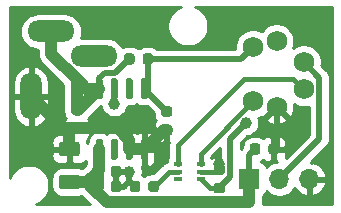
<source format=gtl>
G04 #@! TF.GenerationSoftware,KiCad,Pcbnew,5.1.8-db9833491~87~ubuntu20.04.1*
G04 #@! TF.CreationDate,2020-11-24T17:45:43+00:00*
G04 #@! TF.ProjectId,LEDsupply,4c454473-7570-4706-9c79-2e6b69636164,rev?*
G04 #@! TF.SameCoordinates,Original*
G04 #@! TF.FileFunction,Copper,L1,Top*
G04 #@! TF.FilePolarity,Positive*
%FSLAX46Y46*%
G04 Gerber Fmt 4.6, Leading zero omitted, Abs format (unit mm)*
G04 Created by KiCad (PCBNEW 5.1.8-db9833491~87~ubuntu20.04.1) date 2020-11-24 17:45:43*
%MOMM*%
%LPD*%
G01*
G04 APERTURE LIST*
G04 #@! TA.AperFunction,ComponentPad*
%ADD10C,1.750000*%
G04 #@! TD*
G04 #@! TA.AperFunction,ComponentPad*
%ADD11O,4.000000X1.800000*%
G04 #@! TD*
G04 #@! TA.AperFunction,ComponentPad*
%ADD12O,1.800000X4.000000*%
G04 #@! TD*
G04 #@! TA.AperFunction,ComponentPad*
%ADD13R,1.700000X1.700000*%
G04 #@! TD*
G04 #@! TA.AperFunction,ComponentPad*
%ADD14O,1.700000X1.700000*%
G04 #@! TD*
G04 #@! TA.AperFunction,SMDPad,CuDef*
%ADD15R,0.650000X0.400000*%
G04 #@! TD*
G04 #@! TA.AperFunction,ViaPad*
%ADD16C,1.000000*%
G04 #@! TD*
G04 #@! TA.AperFunction,Conductor*
%ADD17C,1.024000*%
G04 #@! TD*
G04 #@! TA.AperFunction,Conductor*
%ADD18C,0.508000*%
G04 #@! TD*
G04 #@! TA.AperFunction,Conductor*
%ADD19C,0.381000*%
G04 #@! TD*
G04 #@! TA.AperFunction,Conductor*
%ADD20C,0.254000*%
G04 #@! TD*
G04 #@! TA.AperFunction,Conductor*
%ADD21C,0.100000*%
G04 #@! TD*
G04 APERTURE END LIST*
G04 #@! TO.P,R5,2*
G04 #@! TO.N,GND*
G04 #@! TA.AperFunction,SMDPad,CuDef*
G36*
G01*
X139415000Y-100586250D02*
X139415000Y-100073750D01*
G75*
G02*
X139633750Y-99855000I218750J0D01*
G01*
X140071250Y-99855000D01*
G75*
G02*
X140290000Y-100073750I0J-218750D01*
G01*
X140290000Y-100586250D01*
G75*
G02*
X140071250Y-100805000I-218750J0D01*
G01*
X139633750Y-100805000D01*
G75*
G02*
X139415000Y-100586250I0J218750D01*
G01*
G37*
G04 #@! TD.AperFunction*
G04 #@! TO.P,R5,1*
G04 #@! TO.N,/VREGOUT*
G04 #@! TA.AperFunction,SMDPad,CuDef*
G36*
G01*
X137840000Y-100586250D02*
X137840000Y-100073750D01*
G75*
G02*
X138058750Y-99855000I218750J0D01*
G01*
X138496250Y-99855000D01*
G75*
G02*
X138715000Y-100073750I0J-218750D01*
G01*
X138715000Y-100586250D01*
G75*
G02*
X138496250Y-100805000I-218750J0D01*
G01*
X138058750Y-100805000D01*
G75*
G02*
X137840000Y-100586250I0J218750D01*
G01*
G37*
G04 #@! TD.AperFunction*
G04 #@! TD*
D10*
G04 #@! TO.P,JP2,1*
G04 #@! TO.N,/SDA*
X142400000Y-95280000D03*
G04 #@! TO.P,JP2,2*
G04 #@! TO.N,/PWM*
X142400000Y-92980000D03*
G04 #@! TO.P,JP2,3*
G04 #@! TO.N,GND*
X140100000Y-96780000D03*
G04 #@! TO.P,JP2,4*
G04 #@! TO.N,+5V*
X140100000Y-91180000D03*
G04 #@! TO.P,JP2,5*
G04 #@! TO.N,/SCL*
X138100000Y-96280000D03*
G04 #@! TO.P,JP2,6*
G04 #@! TO.N,/~ERR*
X138100000Y-91680000D03*
G04 #@! TD*
G04 #@! TO.P,C1,2*
G04 #@! TO.N,GND*
G04 #@! TA.AperFunction,SMDPad,CuDef*
G36*
G01*
X122933750Y-98140000D02*
X123446250Y-98140000D01*
G75*
G02*
X123665000Y-98358750I0J-218750D01*
G01*
X123665000Y-98796250D01*
G75*
G02*
X123446250Y-99015000I-218750J0D01*
G01*
X122933750Y-99015000D01*
G75*
G02*
X122715000Y-98796250I0J218750D01*
G01*
X122715000Y-98358750D01*
G75*
G02*
X122933750Y-98140000I218750J0D01*
G01*
G37*
G04 #@! TD.AperFunction*
G04 #@! TO.P,C1,1*
G04 #@! TO.N,+24V*
G04 #@! TA.AperFunction,SMDPad,CuDef*
G36*
G01*
X122933750Y-96565000D02*
X123446250Y-96565000D01*
G75*
G02*
X123665000Y-96783750I0J-218750D01*
G01*
X123665000Y-97221250D01*
G75*
G02*
X123446250Y-97440000I-218750J0D01*
G01*
X122933750Y-97440000D01*
G75*
G02*
X122715000Y-97221250I0J218750D01*
G01*
X122715000Y-96783750D01*
G75*
G02*
X122933750Y-96565000I218750J0D01*
G01*
G37*
G04 #@! TD.AperFunction*
G04 #@! TD*
G04 #@! TO.P,C2,2*
G04 #@! TO.N,GND*
G04 #@! TA.AperFunction,SMDPad,CuDef*
G36*
G01*
X135511250Y-102520000D02*
X134998750Y-102520000D01*
G75*
G02*
X134780000Y-102301250I0J218750D01*
G01*
X134780000Y-101863750D01*
G75*
G02*
X134998750Y-101645000I218750J0D01*
G01*
X135511250Y-101645000D01*
G75*
G02*
X135730000Y-101863750I0J-218750D01*
G01*
X135730000Y-102301250D01*
G75*
G02*
X135511250Y-102520000I-218750J0D01*
G01*
G37*
G04 #@! TD.AperFunction*
G04 #@! TO.P,C2,1*
G04 #@! TO.N,+5V*
G04 #@! TA.AperFunction,SMDPad,CuDef*
G36*
G01*
X135511250Y-104095000D02*
X134998750Y-104095000D01*
G75*
G02*
X134780000Y-103876250I0J218750D01*
G01*
X134780000Y-103438750D01*
G75*
G02*
X134998750Y-103220000I218750J0D01*
G01*
X135511250Y-103220000D01*
G75*
G02*
X135730000Y-103438750I0J-218750D01*
G01*
X135730000Y-103876250D01*
G75*
G02*
X135511250Y-104095000I-218750J0D01*
G01*
G37*
G04 #@! TD.AperFunction*
G04 #@! TD*
G04 #@! TO.P,C3,1*
G04 #@! TO.N,/VREGOUT*
G04 #@! TA.AperFunction,SMDPad,CuDef*
G36*
G01*
X124505000Y-102491250D02*
X124505000Y-101978750D01*
G75*
G02*
X124723750Y-101760000I218750J0D01*
G01*
X125161250Y-101760000D01*
G75*
G02*
X125380000Y-101978750I0J-218750D01*
G01*
X125380000Y-102491250D01*
G75*
G02*
X125161250Y-102710000I-218750J0D01*
G01*
X124723750Y-102710000D01*
G75*
G02*
X124505000Y-102491250I0J218750D01*
G01*
G37*
G04 #@! TD.AperFunction*
G04 #@! TO.P,C3,2*
G04 #@! TO.N,Net-(C3-Pad2)*
G04 #@! TA.AperFunction,SMDPad,CuDef*
G36*
G01*
X126080000Y-102491250D02*
X126080000Y-101978750D01*
G75*
G02*
X126298750Y-101760000I218750J0D01*
G01*
X126736250Y-101760000D01*
G75*
G02*
X126955000Y-101978750I0J-218750D01*
G01*
X126955000Y-102491250D01*
G75*
G02*
X126736250Y-102710000I-218750J0D01*
G01*
X126298750Y-102710000D01*
G75*
G02*
X126080000Y-102491250I0J218750D01*
G01*
G37*
G04 #@! TD.AperFunction*
G04 #@! TD*
G04 #@! TO.P,C4,1*
G04 #@! TO.N,/VREGOUT*
G04 #@! TA.AperFunction,SMDPad,CuDef*
G36*
G01*
X123180000Y-103755000D02*
X121930000Y-103755000D01*
G75*
G02*
X121680000Y-103505000I0J250000D01*
G01*
X121680000Y-102755000D01*
G75*
G02*
X121930000Y-102505000I250000J0D01*
G01*
X123180000Y-102505000D01*
G75*
G02*
X123430000Y-102755000I0J-250000D01*
G01*
X123430000Y-103505000D01*
G75*
G02*
X123180000Y-103755000I-250000J0D01*
G01*
G37*
G04 #@! TD.AperFunction*
G04 #@! TO.P,C4,2*
G04 #@! TO.N,GND*
G04 #@! TA.AperFunction,SMDPad,CuDef*
G36*
G01*
X123180000Y-100955000D02*
X121930000Y-100955000D01*
G75*
G02*
X121680000Y-100705000I0J250000D01*
G01*
X121680000Y-99955000D01*
G75*
G02*
X121930000Y-99705000I250000J0D01*
G01*
X123180000Y-99705000D01*
G75*
G02*
X123430000Y-99955000I0J-250000D01*
G01*
X123430000Y-100705000D01*
G75*
G02*
X123180000Y-100955000I-250000J0D01*
G01*
G37*
G04 #@! TD.AperFunction*
G04 #@! TD*
D11*
G04 #@! TO.P,JP1,1*
G04 #@! TO.N,+24V*
X121010001Y-90380000D03*
G04 #@! TO.P,JP1,2*
G04 #@! TO.N,N/C*
X124610001Y-92480000D03*
D12*
G04 #@! TO.P,JP1,3*
G04 #@! TO.N,GND*
X119310001Y-95880000D03*
G04 #@! TD*
D13*
G04 #@! TO.P,JP3,1*
G04 #@! TO.N,/VREGOUT*
X137795000Y-102870000D03*
D14*
G04 #@! TO.P,JP3,2*
G04 #@! TO.N,/PWM*
X140335000Y-102870000D03*
G04 #@! TO.P,JP3,3*
G04 #@! TO.N,GND*
X142875000Y-102870000D03*
G04 #@! TD*
G04 #@! TO.P,R1,1*
G04 #@! TO.N,+24V*
G04 #@! TA.AperFunction,SMDPad,CuDef*
G36*
G01*
X127197500Y-92966250D02*
X127197500Y-92453750D01*
G75*
G02*
X127416250Y-92235000I218750J0D01*
G01*
X127853750Y-92235000D01*
G75*
G02*
X128072500Y-92453750I0J-218750D01*
G01*
X128072500Y-92966250D01*
G75*
G02*
X127853750Y-93185000I-218750J0D01*
G01*
X127416250Y-93185000D01*
G75*
G02*
X127197500Y-92966250I0J218750D01*
G01*
G37*
G04 #@! TD.AperFunction*
G04 #@! TO.P,R1,2*
G04 #@! TO.N,/~ERR*
G04 #@! TA.AperFunction,SMDPad,CuDef*
G36*
G01*
X128772500Y-92966250D02*
X128772500Y-92453750D01*
G75*
G02*
X128991250Y-92235000I218750J0D01*
G01*
X129428750Y-92235000D01*
G75*
G02*
X129647500Y-92453750I0J-218750D01*
G01*
X129647500Y-92966250D01*
G75*
G02*
X129428750Y-93185000I-218750J0D01*
G01*
X128991250Y-93185000D01*
G75*
G02*
X128772500Y-92966250I0J218750D01*
G01*
G37*
G04 #@! TD.AperFunction*
G04 #@! TD*
G04 #@! TO.P,R2,2*
G04 #@! TO.N,GND*
G04 #@! TA.AperFunction,SMDPad,CuDef*
G36*
G01*
X130553750Y-98292500D02*
X131066250Y-98292500D01*
G75*
G02*
X131285000Y-98511250I0J-218750D01*
G01*
X131285000Y-98948750D01*
G75*
G02*
X131066250Y-99167500I-218750J0D01*
G01*
X130553750Y-99167500D01*
G75*
G02*
X130335000Y-98948750I0J218750D01*
G01*
X130335000Y-98511250D01*
G75*
G02*
X130553750Y-98292500I218750J0D01*
G01*
G37*
G04 #@! TD.AperFunction*
G04 #@! TO.P,R2,1*
G04 #@! TO.N,/~ERR*
G04 #@! TA.AperFunction,SMDPad,CuDef*
G36*
G01*
X130553750Y-96717500D02*
X131066250Y-96717500D01*
G75*
G02*
X131285000Y-96936250I0J-218750D01*
G01*
X131285000Y-97373750D01*
G75*
G02*
X131066250Y-97592500I-218750J0D01*
G01*
X130553750Y-97592500D01*
G75*
G02*
X130335000Y-97373750I0J218750D01*
G01*
X130335000Y-96936250D01*
G75*
G02*
X130553750Y-96717500I218750J0D01*
G01*
G37*
G04 #@! TD.AperFunction*
G04 #@! TD*
G04 #@! TO.P,R3,2*
G04 #@! TO.N,Net-(R3-Pad2)*
G04 #@! TA.AperFunction,SMDPad,CuDef*
G36*
G01*
X129255000Y-103761250D02*
X129255000Y-103248750D01*
G75*
G02*
X129473750Y-103030000I218750J0D01*
G01*
X129911250Y-103030000D01*
G75*
G02*
X130130000Y-103248750I0J-218750D01*
G01*
X130130000Y-103761250D01*
G75*
G02*
X129911250Y-103980000I-218750J0D01*
G01*
X129473750Y-103980000D01*
G75*
G02*
X129255000Y-103761250I0J218750D01*
G01*
G37*
G04 #@! TD.AperFunction*
G04 #@! TO.P,R3,1*
G04 #@! TO.N,Net-(C3-Pad2)*
G04 #@! TA.AperFunction,SMDPad,CuDef*
G36*
G01*
X127680000Y-103761250D02*
X127680000Y-103248750D01*
G75*
G02*
X127898750Y-103030000I218750J0D01*
G01*
X128336250Y-103030000D01*
G75*
G02*
X128555000Y-103248750I0J-218750D01*
G01*
X128555000Y-103761250D01*
G75*
G02*
X128336250Y-103980000I-218750J0D01*
G01*
X127898750Y-103980000D01*
G75*
G02*
X127680000Y-103761250I0J218750D01*
G01*
G37*
G04 #@! TD.AperFunction*
G04 #@! TD*
G04 #@! TO.P,R4,1*
G04 #@! TO.N,/VREGOUT*
G04 #@! TA.AperFunction,SMDPad,CuDef*
G36*
G01*
X124505000Y-103761250D02*
X124505000Y-103248750D01*
G75*
G02*
X124723750Y-103030000I218750J0D01*
G01*
X125161250Y-103030000D01*
G75*
G02*
X125380000Y-103248750I0J-218750D01*
G01*
X125380000Y-103761250D01*
G75*
G02*
X125161250Y-103980000I-218750J0D01*
G01*
X124723750Y-103980000D01*
G75*
G02*
X124505000Y-103761250I0J218750D01*
G01*
G37*
G04 #@! TD.AperFunction*
G04 #@! TO.P,R4,2*
G04 #@! TO.N,Net-(C3-Pad2)*
G04 #@! TA.AperFunction,SMDPad,CuDef*
G36*
G01*
X126080000Y-103761250D02*
X126080000Y-103248750D01*
G75*
G02*
X126298750Y-103030000I218750J0D01*
G01*
X126736250Y-103030000D01*
G75*
G02*
X126955000Y-103248750I0J-218750D01*
G01*
X126955000Y-103761250D01*
G75*
G02*
X126736250Y-103980000I-218750J0D01*
G01*
X126298750Y-103980000D01*
G75*
G02*
X126080000Y-103761250I0J218750D01*
G01*
G37*
G04 #@! TD.AperFunction*
G04 #@! TD*
G04 #@! TO.P,U1,1*
G04 #@! TO.N,/VREGOUT*
G04 #@! TA.AperFunction,SMDPad,CuDef*
G36*
G01*
X125245000Y-101240000D02*
X124945000Y-101240000D01*
G75*
G02*
X124795000Y-101090000I0J150000D01*
G01*
X124795000Y-99640000D01*
G75*
G02*
X124945000Y-99490000I150000J0D01*
G01*
X125245000Y-99490000D01*
G75*
G02*
X125395000Y-99640000I0J-150000D01*
G01*
X125395000Y-101090000D01*
G75*
G02*
X125245000Y-101240000I-150000J0D01*
G01*
G37*
G04 #@! TD.AperFunction*
G04 #@! TO.P,U1,2*
G04 #@! TO.N,N/C*
G04 #@! TA.AperFunction,SMDPad,CuDef*
G36*
G01*
X126515000Y-101240000D02*
X126215000Y-101240000D01*
G75*
G02*
X126065000Y-101090000I0J150000D01*
G01*
X126065000Y-99640000D01*
G75*
G02*
X126215000Y-99490000I150000J0D01*
G01*
X126515000Y-99490000D01*
G75*
G02*
X126665000Y-99640000I0J-150000D01*
G01*
X126665000Y-101090000D01*
G75*
G02*
X126515000Y-101240000I-150000J0D01*
G01*
G37*
G04 #@! TD.AperFunction*
G04 #@! TO.P,U1,3*
G04 #@! TO.N,GND*
G04 #@! TA.AperFunction,SMDPad,CuDef*
G36*
G01*
X127785000Y-101240000D02*
X127485000Y-101240000D01*
G75*
G02*
X127335000Y-101090000I0J150000D01*
G01*
X127335000Y-99640000D01*
G75*
G02*
X127485000Y-99490000I150000J0D01*
G01*
X127785000Y-99490000D01*
G75*
G02*
X127935000Y-99640000I0J-150000D01*
G01*
X127935000Y-101090000D01*
G75*
G02*
X127785000Y-101240000I-150000J0D01*
G01*
G37*
G04 #@! TD.AperFunction*
G04 #@! TO.P,U1,4*
G04 #@! TA.AperFunction,SMDPad,CuDef*
G36*
G01*
X129055000Y-101240000D02*
X128755000Y-101240000D01*
G75*
G02*
X128605000Y-101090000I0J150000D01*
G01*
X128605000Y-99640000D01*
G75*
G02*
X128755000Y-99490000I150000J0D01*
G01*
X129055000Y-99490000D01*
G75*
G02*
X129205000Y-99640000I0J-150000D01*
G01*
X129205000Y-101090000D01*
G75*
G02*
X129055000Y-101240000I-150000J0D01*
G01*
G37*
G04 #@! TD.AperFunction*
G04 #@! TO.P,U1,5*
G04 #@! TO.N,/~ERR*
G04 #@! TA.AperFunction,SMDPad,CuDef*
G36*
G01*
X129055000Y-96090000D02*
X128755000Y-96090000D01*
G75*
G02*
X128605000Y-95940000I0J150000D01*
G01*
X128605000Y-94490000D01*
G75*
G02*
X128755000Y-94340000I150000J0D01*
G01*
X129055000Y-94340000D01*
G75*
G02*
X129205000Y-94490000I0J-150000D01*
G01*
X129205000Y-95940000D01*
G75*
G02*
X129055000Y-96090000I-150000J0D01*
G01*
G37*
G04 #@! TD.AperFunction*
G04 #@! TO.P,U1,6*
G04 #@! TO.N,N/C*
G04 #@! TA.AperFunction,SMDPad,CuDef*
G36*
G01*
X127785000Y-96090000D02*
X127485000Y-96090000D01*
G75*
G02*
X127335000Y-95940000I0J150000D01*
G01*
X127335000Y-94490000D01*
G75*
G02*
X127485000Y-94340000I150000J0D01*
G01*
X127785000Y-94340000D01*
G75*
G02*
X127935000Y-94490000I0J-150000D01*
G01*
X127935000Y-95940000D01*
G75*
G02*
X127785000Y-96090000I-150000J0D01*
G01*
G37*
G04 #@! TD.AperFunction*
G04 #@! TO.P,U1,7*
G04 #@! TO.N,Net-(C3-Pad2)*
G04 #@! TA.AperFunction,SMDPad,CuDef*
G36*
G01*
X126515000Y-96090000D02*
X126215000Y-96090000D01*
G75*
G02*
X126065000Y-95940000I0J150000D01*
G01*
X126065000Y-94490000D01*
G75*
G02*
X126215000Y-94340000I150000J0D01*
G01*
X126515000Y-94340000D01*
G75*
G02*
X126665000Y-94490000I0J-150000D01*
G01*
X126665000Y-95940000D01*
G75*
G02*
X126515000Y-96090000I-150000J0D01*
G01*
G37*
G04 #@! TD.AperFunction*
G04 #@! TO.P,U1,8*
G04 #@! TO.N,+24V*
G04 #@! TA.AperFunction,SMDPad,CuDef*
G36*
G01*
X125245000Y-96090000D02*
X124945000Y-96090000D01*
G75*
G02*
X124795000Y-95940000I0J150000D01*
G01*
X124795000Y-94490000D01*
G75*
G02*
X124945000Y-94340000I150000J0D01*
G01*
X125245000Y-94340000D01*
G75*
G02*
X125395000Y-94490000I0J-150000D01*
G01*
X125395000Y-95940000D01*
G75*
G02*
X125245000Y-96090000I-150000J0D01*
G01*
G37*
G04 #@! TD.AperFunction*
G04 #@! TD*
D15*
G04 #@! TO.P,U2,1*
G04 #@! TO.N,+5V*
X133665000Y-102885000D03*
G04 #@! TO.P,U2,3*
G04 #@! TO.N,/SCL*
X133665000Y-101585000D03*
G04 #@! TO.P,U2,5*
G04 #@! TO.N,Net-(R3-Pad2)*
X131765000Y-102235000D03*
G04 #@! TO.P,U2,2*
G04 #@! TO.N,GND*
X133665000Y-102235000D03*
G04 #@! TO.P,U2,4*
G04 #@! TO.N,/SDA*
X131765000Y-101585000D03*
G04 #@! TO.P,U2,6*
G04 #@! TO.N,N/C*
X131765000Y-102885000D03*
G04 #@! TD*
D16*
G04 #@! TO.N,GND*
X129557500Y-99712500D03*
X135230010Y-101600000D03*
G04 #@! TO.N,+5V*
X137504679Y-98134679D03*
G04 #@! TO.N,Net-(C3-Pad2)*
X127635000Y-102235000D03*
X126365000Y-96520000D03*
G04 #@! TD*
D17*
G04 #@! TO.N,GND*
X127635000Y-99540932D02*
X127635000Y-100365000D01*
X126671568Y-98577500D02*
X127635000Y-99540932D01*
X123825000Y-98577500D02*
X126671568Y-98577500D01*
X127635000Y-100365000D02*
X128905000Y-100365000D01*
X122007501Y-98577500D02*
X119310001Y-95880000D01*
X122555000Y-99060000D02*
X122072500Y-98577500D01*
X122555000Y-100330000D02*
X122555000Y-99060000D01*
X122072500Y-98577500D02*
X122007501Y-98577500D01*
X123825000Y-98577500D02*
X122072500Y-98577500D01*
X129557500Y-99712500D02*
X128905000Y-100365000D01*
D18*
X140100000Y-100082500D02*
X139852500Y-100330000D01*
X140100000Y-96780000D02*
X140100000Y-100082500D01*
D19*
X135230010Y-102057510D02*
X135255000Y-102082500D01*
X135230010Y-101600000D02*
X135230010Y-102057510D01*
X135102500Y-102235000D02*
X135255000Y-102082500D01*
X133665000Y-102235000D02*
X135102500Y-102235000D01*
D17*
X130540000Y-98730000D02*
X129557500Y-99712500D01*
X130810000Y-98730000D02*
X130540000Y-98730000D01*
D18*
G04 #@! TO.N,+24V*
X126459010Y-93885990D02*
X127635000Y-92710000D01*
X125549010Y-93885990D02*
X126459010Y-93885990D01*
X125095000Y-94340000D02*
X125549010Y-93885990D01*
X125095000Y-95215000D02*
X125095000Y-94340000D01*
D17*
X121010001Y-92259726D02*
X121010001Y-90380000D01*
X125095000Y-95215000D02*
X123965275Y-95215000D01*
X123825000Y-95074724D02*
X123595138Y-94844862D01*
X123965275Y-95215000D02*
X123595138Y-94844862D01*
X123307500Y-97002500D02*
X125095000Y-95215000D01*
X123190000Y-97002500D02*
X123307500Y-97002500D01*
X123190000Y-94615000D02*
X123277637Y-94527363D01*
X123190000Y-97002500D02*
X123190000Y-94615000D01*
X123277637Y-94527363D02*
X121010001Y-92259726D01*
X123595138Y-94844862D02*
X123277637Y-94527363D01*
D18*
G04 #@! TO.N,+5V*
X136184010Y-102728490D02*
X135255000Y-103657500D01*
X136184010Y-99455348D02*
X136184010Y-102728490D01*
X137504679Y-98134679D02*
X136184010Y-99455348D01*
D19*
X134437500Y-103657500D02*
X133665000Y-102885000D01*
X135255000Y-103657500D02*
X134437500Y-103657500D01*
D17*
G04 #@! TO.N,/VREGOUT*
X124047500Y-103130000D02*
X124942500Y-102235000D01*
X122555000Y-103130000D02*
X124047500Y-103130000D01*
X124422500Y-103505000D02*
X124047500Y-103130000D01*
X124942500Y-103505000D02*
X124422500Y-103505000D01*
X125095000Y-102082500D02*
X124942500Y-102235000D01*
X125095000Y-100365000D02*
X125095000Y-102082500D01*
X125724510Y-104807010D02*
X124422500Y-103505000D01*
X137731990Y-104807010D02*
X125724510Y-104807010D01*
X137795000Y-104744000D02*
X137731990Y-104807010D01*
X137795000Y-102870000D02*
X137795000Y-104744000D01*
X124942500Y-102235000D02*
X124942500Y-103505000D01*
D18*
X137795000Y-100812500D02*
X138277500Y-100330000D01*
X137795000Y-102870000D02*
X137795000Y-100812500D01*
G04 #@! TO.N,Net-(C3-Pad2)*
X126517500Y-102235000D02*
X127635000Y-102235000D01*
X126365000Y-95215000D02*
X126365000Y-96520000D01*
X127635000Y-103022500D02*
X128117500Y-103505000D01*
X127635000Y-102235000D02*
X127635000Y-103022500D01*
X126517500Y-103505000D02*
X126517500Y-102235000D01*
X127152500Y-103505000D02*
X127635000Y-103022500D01*
X126517500Y-103505000D02*
X127152500Y-103505000D01*
D19*
G04 #@! TO.N,/SDA*
X141525001Y-94405001D02*
X137369999Y-94405001D01*
X142400000Y-95280000D02*
X141525001Y-94405001D01*
X131765000Y-100010000D02*
X131765000Y-101585000D01*
X137369999Y-94405001D02*
X131765000Y-100010000D01*
D18*
G04 #@! TO.N,/PWM*
X143729001Y-99475999D02*
X140335000Y-102870000D01*
X143729001Y-94309001D02*
X143729001Y-99475999D01*
X142400000Y-92980000D02*
X143729001Y-94309001D01*
D19*
G04 #@! TO.N,/SCL*
X133665000Y-100715000D02*
X133665000Y-101585000D01*
X138100000Y-96280000D02*
X133665000Y-100715000D01*
D18*
G04 #@! TO.N,/~ERR*
X129210000Y-94910000D02*
X128905000Y-95215000D01*
X129210000Y-92710000D02*
X129210000Y-94910000D01*
X137070000Y-92710000D02*
X138100000Y-91680000D01*
X129210000Y-92710000D02*
X137070000Y-92710000D01*
X129210000Y-95555000D02*
X130810000Y-97155000D01*
X129210000Y-94910000D02*
X129210000Y-95555000D01*
D19*
G04 #@! TO.N,Net-(R3-Pad2)*
X130962500Y-102235000D02*
X131765000Y-102235000D01*
X129692500Y-103505000D02*
X130962500Y-102235000D01*
G04 #@! TD*
D20*
G04 #@! TO.N,GND*
X131766169Y-88378463D02*
X131482002Y-88568337D01*
X131240337Y-88810002D01*
X131050463Y-89094169D01*
X130919675Y-89409919D01*
X130853000Y-89745117D01*
X130853000Y-90086883D01*
X130919675Y-90422081D01*
X131050463Y-90737831D01*
X131240337Y-91021998D01*
X131482002Y-91263663D01*
X131766169Y-91453537D01*
X132081919Y-91584325D01*
X132417117Y-91651000D01*
X132758883Y-91651000D01*
X133094081Y-91584325D01*
X133409831Y-91453537D01*
X133693998Y-91263663D01*
X133935663Y-91021998D01*
X134125537Y-90737831D01*
X134256325Y-90422081D01*
X134323000Y-90086883D01*
X134323000Y-89745117D01*
X134256325Y-89409919D01*
X134125537Y-89094169D01*
X133935663Y-88810002D01*
X133693998Y-88568337D01*
X133409831Y-88378463D01*
X133196263Y-88290000D01*
X144755001Y-88290000D01*
X144755000Y-105004000D01*
X138914741Y-105004000D01*
X138925403Y-104968851D01*
X138942000Y-104800340D01*
X138942000Y-104800332D01*
X138947548Y-104744000D01*
X138942000Y-104687668D01*
X138942000Y-104281269D01*
X138999494Y-104250537D01*
X139096185Y-104171185D01*
X139175537Y-104074494D01*
X139234502Y-103964180D01*
X139256513Y-103891620D01*
X139388368Y-104023475D01*
X139631589Y-104185990D01*
X139901842Y-104297932D01*
X140188740Y-104355000D01*
X140481260Y-104355000D01*
X140768158Y-104297932D01*
X141038411Y-104185990D01*
X141281632Y-104023475D01*
X141488475Y-103816632D01*
X141610195Y-103634466D01*
X141679822Y-103751355D01*
X141874731Y-103967588D01*
X142108080Y-104141641D01*
X142370901Y-104266825D01*
X142518110Y-104311476D01*
X142748000Y-104190155D01*
X142748000Y-102997000D01*
X143002000Y-102997000D01*
X143002000Y-104190155D01*
X143231890Y-104311476D01*
X143379099Y-104266825D01*
X143641920Y-104141641D01*
X143875269Y-103967588D01*
X144070178Y-103751355D01*
X144219157Y-103501252D01*
X144316481Y-103226891D01*
X144195814Y-102997000D01*
X143002000Y-102997000D01*
X142748000Y-102997000D01*
X142728000Y-102997000D01*
X142728000Y-102743000D01*
X142748000Y-102743000D01*
X142748000Y-102723000D01*
X143002000Y-102723000D01*
X143002000Y-102743000D01*
X144195814Y-102743000D01*
X144316481Y-102513109D01*
X144219157Y-102238748D01*
X144070178Y-101988645D01*
X143875269Y-101772412D01*
X143641920Y-101598359D01*
X143379099Y-101473175D01*
X143231890Y-101428524D01*
X143002002Y-101549844D01*
X143002002Y-101460233D01*
X144326737Y-100135498D01*
X144360660Y-100107658D01*
X144471754Y-99972290D01*
X144554304Y-99817850D01*
X144576142Y-99745858D01*
X144605137Y-99650275D01*
X144610313Y-99597725D01*
X144618001Y-99519666D01*
X144618001Y-99519660D01*
X144622301Y-99476000D01*
X144618001Y-99432340D01*
X144618001Y-94352660D01*
X144622301Y-94309000D01*
X144618001Y-94265335D01*
X144618001Y-94265334D01*
X144606926Y-94152893D01*
X144605137Y-94134725D01*
X144573334Y-94029886D01*
X144554304Y-93967150D01*
X144471754Y-93812710D01*
X144360660Y-93677342D01*
X144326738Y-93649503D01*
X143892738Y-93215503D01*
X143910000Y-93128722D01*
X143910000Y-92831278D01*
X143851971Y-92539549D01*
X143738144Y-92264747D01*
X143572893Y-92017431D01*
X143362569Y-91807107D01*
X143115253Y-91641856D01*
X142840451Y-91528029D01*
X142548722Y-91470000D01*
X142251278Y-91470000D01*
X141959549Y-91528029D01*
X141684747Y-91641856D01*
X141488901Y-91772716D01*
X141551971Y-91620451D01*
X141610000Y-91328722D01*
X141610000Y-91031278D01*
X141551971Y-90739549D01*
X141438144Y-90464747D01*
X141272893Y-90217431D01*
X141062569Y-90007107D01*
X140815253Y-89841856D01*
X140540451Y-89728029D01*
X140248722Y-89670000D01*
X139951278Y-89670000D01*
X139659549Y-89728029D01*
X139384747Y-89841856D01*
X139137431Y-90007107D01*
X138927107Y-90217431D01*
X138835106Y-90355121D01*
X138815253Y-90341856D01*
X138540451Y-90228029D01*
X138248722Y-90170000D01*
X137951278Y-90170000D01*
X137659549Y-90228029D01*
X137384747Y-90341856D01*
X137137431Y-90507107D01*
X136927107Y-90717431D01*
X136761856Y-90964747D01*
X136648029Y-91239549D01*
X136590000Y-91531278D01*
X136590000Y-91821000D01*
X130001855Y-91821000D01*
X129904775Y-91741329D01*
X129756642Y-91662150D01*
X129595908Y-91613392D01*
X129428750Y-91596928D01*
X128991250Y-91596928D01*
X128824092Y-91613392D01*
X128663358Y-91662150D01*
X128515225Y-91741329D01*
X128422500Y-91817426D01*
X128329775Y-91741329D01*
X128181642Y-91662150D01*
X128020908Y-91613392D01*
X127853750Y-91596928D01*
X127416250Y-91596928D01*
X127249092Y-91613392D01*
X127088358Y-91662150D01*
X127030033Y-91693326D01*
X126992482Y-91623073D01*
X126800662Y-91389339D01*
X126566928Y-91197519D01*
X126300262Y-91054983D01*
X126010914Y-90967210D01*
X125785409Y-90945000D01*
X123542681Y-90945000D01*
X123622791Y-90680913D01*
X123652428Y-90380000D01*
X123622791Y-90079087D01*
X123535018Y-89789739D01*
X123392482Y-89523073D01*
X123200662Y-89289339D01*
X122966928Y-89097519D01*
X122700262Y-88954983D01*
X122410914Y-88867210D01*
X122185409Y-88845000D01*
X119834593Y-88845000D01*
X119609088Y-88867210D01*
X119319740Y-88954983D01*
X119053074Y-89097519D01*
X118819340Y-89289339D01*
X118627520Y-89523073D01*
X118484984Y-89789739D01*
X118397211Y-90079087D01*
X118367574Y-90380000D01*
X118397211Y-90680913D01*
X118484984Y-90970261D01*
X118627520Y-91236927D01*
X118819340Y-91470661D01*
X119053074Y-91662481D01*
X119319740Y-91805017D01*
X119609088Y-91892790D01*
X119834593Y-91915000D01*
X119863001Y-91915000D01*
X119863001Y-92203396D01*
X119857453Y-92259726D01*
X119863001Y-92316055D01*
X119863001Y-92316065D01*
X119879598Y-92484576D01*
X119945185Y-92700786D01*
X120051692Y-92900047D01*
X120195026Y-93074701D01*
X120238791Y-93110618D01*
X122043001Y-94914829D01*
X122043000Y-96946160D01*
X122037451Y-97002500D01*
X122059597Y-97227351D01*
X122086151Y-97314886D01*
X122093392Y-97388408D01*
X122142150Y-97549142D01*
X122221329Y-97697275D01*
X122239100Y-97718930D01*
X122184463Y-97785506D01*
X122125498Y-97895820D01*
X122089188Y-98015518D01*
X122076928Y-98140000D01*
X122080000Y-98291750D01*
X122238750Y-98450500D01*
X123063000Y-98450500D01*
X123063000Y-98430500D01*
X123317000Y-98430500D01*
X123317000Y-98450500D01*
X124141250Y-98450500D01*
X124300000Y-98291750D01*
X124303072Y-98140000D01*
X124290812Y-98015518D01*
X124254502Y-97895820D01*
X124195537Y-97785506D01*
X124173477Y-97758625D01*
X125204031Y-96728072D01*
X125245000Y-96728072D01*
X125249072Y-96727671D01*
X125273617Y-96851067D01*
X125359176Y-97057624D01*
X125483388Y-97243520D01*
X125641480Y-97401612D01*
X125827376Y-97525824D01*
X126033933Y-97611383D01*
X126253212Y-97655000D01*
X126476788Y-97655000D01*
X126696067Y-97611383D01*
X126902624Y-97525824D01*
X127088520Y-97401612D01*
X127246612Y-97243520D01*
X127370824Y-97057624D01*
X127456383Y-96851067D01*
X127480928Y-96727671D01*
X127485000Y-96728072D01*
X127785000Y-96728072D01*
X127938745Y-96712929D01*
X128086582Y-96668084D01*
X128222829Y-96595258D01*
X128270000Y-96556546D01*
X128317171Y-96595258D01*
X128453418Y-96668084D01*
X128601255Y-96712929D01*
X128755000Y-96728072D01*
X129055000Y-96728072D01*
X129119485Y-96721721D01*
X129696928Y-97299164D01*
X129696928Y-97373750D01*
X129713392Y-97540908D01*
X129762150Y-97701642D01*
X129841329Y-97849775D01*
X129859100Y-97871430D01*
X129804463Y-97938006D01*
X129745498Y-98048320D01*
X129709188Y-98168018D01*
X129696928Y-98292500D01*
X129700000Y-98444250D01*
X129858750Y-98603000D01*
X130683000Y-98603000D01*
X130683000Y-98583000D01*
X130937000Y-98583000D01*
X130937000Y-98603000D01*
X130957000Y-98603000D01*
X130957000Y-98857000D01*
X130937000Y-98857000D01*
X130937000Y-99643750D01*
X130995661Y-99702411D01*
X130951444Y-99848175D01*
X130941549Y-99948647D01*
X130935506Y-100010000D01*
X130939500Y-100050551D01*
X130939501Y-100993905D01*
X130909463Y-101030506D01*
X130850498Y-101140820D01*
X130814188Y-101260518D01*
X130801928Y-101385000D01*
X130801928Y-101421320D01*
X130800674Y-101421444D01*
X130645066Y-101468647D01*
X130578060Y-101504463D01*
X130501657Y-101545301D01*
X130454728Y-101583815D01*
X130375959Y-101648459D01*
X130350106Y-101679961D01*
X129638140Y-102391928D01*
X129473750Y-102391928D01*
X129306592Y-102408392D01*
X129145858Y-102457150D01*
X128997725Y-102536329D01*
X128905000Y-102612426D01*
X128812275Y-102536329D01*
X128739984Y-102497689D01*
X128770000Y-102346788D01*
X128770000Y-102123212D01*
X128726383Y-101903933D01*
X128686530Y-101807720D01*
X128778000Y-101716250D01*
X128778000Y-100492000D01*
X129032000Y-100492000D01*
X129032000Y-101716250D01*
X129190750Y-101875000D01*
X129205000Y-101878072D01*
X129329482Y-101865812D01*
X129449180Y-101829502D01*
X129559494Y-101770537D01*
X129656185Y-101691185D01*
X129735537Y-101594494D01*
X129794502Y-101484180D01*
X129830812Y-101364482D01*
X129843072Y-101240000D01*
X129840000Y-100650750D01*
X129681250Y-100492000D01*
X129032000Y-100492000D01*
X128778000Y-100492000D01*
X127762000Y-100492000D01*
X127762000Y-100512000D01*
X127508000Y-100512000D01*
X127508000Y-100492000D01*
X127488000Y-100492000D01*
X127488000Y-100238000D01*
X127508000Y-100238000D01*
X127508000Y-99013750D01*
X127762000Y-99013750D01*
X127762000Y-100238000D01*
X128778000Y-100238000D01*
X128778000Y-99013750D01*
X129032000Y-99013750D01*
X129032000Y-100238000D01*
X129681250Y-100238000D01*
X129840000Y-100079250D01*
X129842663Y-99568540D01*
X129883815Y-99618685D01*
X129980506Y-99698037D01*
X130090820Y-99757002D01*
X130210518Y-99793312D01*
X130335000Y-99805572D01*
X130524250Y-99802500D01*
X130683000Y-99643750D01*
X130683000Y-98857000D01*
X129858750Y-98857000D01*
X129700000Y-99015750D01*
X129698490Y-99090363D01*
X129656185Y-99038815D01*
X129559494Y-98959463D01*
X129449180Y-98900498D01*
X129329482Y-98864188D01*
X129205000Y-98851928D01*
X129190750Y-98855000D01*
X129032000Y-99013750D01*
X128778000Y-99013750D01*
X128619250Y-98855000D01*
X128605000Y-98851928D01*
X128480518Y-98864188D01*
X128360820Y-98900498D01*
X128270000Y-98949043D01*
X128179180Y-98900498D01*
X128059482Y-98864188D01*
X127935000Y-98851928D01*
X127920750Y-98855000D01*
X127762000Y-99013750D01*
X127508000Y-99013750D01*
X127349250Y-98855000D01*
X127335000Y-98851928D01*
X127210518Y-98864188D01*
X127090820Y-98900498D01*
X126980506Y-98959463D01*
X126950936Y-98983730D01*
X126816582Y-98911916D01*
X126668745Y-98867071D01*
X126515000Y-98851928D01*
X126215000Y-98851928D01*
X126061255Y-98867071D01*
X125913418Y-98911916D01*
X125777171Y-98984742D01*
X125730000Y-99023454D01*
X125682829Y-98984742D01*
X125546582Y-98911916D01*
X125398745Y-98867071D01*
X125245000Y-98851928D01*
X124945000Y-98851928D01*
X124791255Y-98867071D01*
X124643418Y-98911916D01*
X124507171Y-98984742D01*
X124387749Y-99082749D01*
X124289742Y-99202171D01*
X124216916Y-99338418D01*
X124172071Y-99486255D01*
X124156928Y-99640000D01*
X124156928Y-99700020D01*
X124136691Y-99724679D01*
X124066708Y-99855608D01*
X124068072Y-99705000D01*
X124055812Y-99580518D01*
X124040077Y-99528645D01*
X124116185Y-99466185D01*
X124195537Y-99369494D01*
X124254502Y-99259180D01*
X124290812Y-99139482D01*
X124303072Y-99015000D01*
X124300000Y-98863250D01*
X124141250Y-98704500D01*
X123317000Y-98704500D01*
X123317000Y-98724500D01*
X123063000Y-98724500D01*
X123063000Y-98704500D01*
X122238750Y-98704500D01*
X122080000Y-98863250D01*
X122076928Y-99015000D01*
X122082249Y-99069025D01*
X121680000Y-99066928D01*
X121555518Y-99079188D01*
X121435820Y-99115498D01*
X121325506Y-99174463D01*
X121228815Y-99253815D01*
X121149463Y-99350506D01*
X121090498Y-99460820D01*
X121054188Y-99580518D01*
X121041928Y-99705000D01*
X121045000Y-100044250D01*
X121203750Y-100203000D01*
X122428000Y-100203000D01*
X122428000Y-100183000D01*
X122682000Y-100183000D01*
X122682000Y-100203000D01*
X122702000Y-100203000D01*
X122702000Y-100457000D01*
X122682000Y-100457000D01*
X122682000Y-101431250D01*
X122840750Y-101590000D01*
X123430000Y-101593072D01*
X123554482Y-101580812D01*
X123674180Y-101544502D01*
X123784494Y-101485537D01*
X123881185Y-101406185D01*
X123948000Y-101324770D01*
X123948000Y-101607397D01*
X123585682Y-101969716D01*
X123519850Y-101934528D01*
X123353254Y-101883992D01*
X123180000Y-101866928D01*
X121930000Y-101866928D01*
X121756746Y-101883992D01*
X121590150Y-101934528D01*
X121436614Y-102016595D01*
X121302038Y-102127038D01*
X121191595Y-102261614D01*
X121109528Y-102415150D01*
X121058992Y-102581746D01*
X121041928Y-102755000D01*
X121041928Y-103505000D01*
X121058992Y-103678254D01*
X121109528Y-103844850D01*
X121191595Y-103998386D01*
X121302038Y-104132962D01*
X121436614Y-104243405D01*
X121590150Y-104325472D01*
X121756746Y-104376008D01*
X121930000Y-104393072D01*
X123180000Y-104393072D01*
X123353254Y-104376008D01*
X123519850Y-104325472D01*
X123583928Y-104291222D01*
X123607525Y-104319975D01*
X123651290Y-104355892D01*
X124299397Y-105004000D01*
X119734263Y-105004000D01*
X119947831Y-104915537D01*
X120231998Y-104725663D01*
X120473663Y-104483998D01*
X120663537Y-104199831D01*
X120794325Y-103884081D01*
X120861000Y-103548883D01*
X120861000Y-103207117D01*
X120794325Y-102871919D01*
X120663537Y-102556169D01*
X120473663Y-102272002D01*
X120231998Y-102030337D01*
X119947831Y-101840463D01*
X119632081Y-101709675D01*
X119296883Y-101643000D01*
X118955117Y-101643000D01*
X118619919Y-101709675D01*
X118304169Y-101840463D01*
X118020002Y-102030337D01*
X117778337Y-102272002D01*
X117588463Y-102556169D01*
X117500000Y-102769737D01*
X117500000Y-100955000D01*
X121041928Y-100955000D01*
X121054188Y-101079482D01*
X121090498Y-101199180D01*
X121149463Y-101309494D01*
X121228815Y-101406185D01*
X121325506Y-101485537D01*
X121435820Y-101544502D01*
X121555518Y-101580812D01*
X121680000Y-101593072D01*
X122269250Y-101590000D01*
X122428000Y-101431250D01*
X122428000Y-100457000D01*
X121203750Y-100457000D01*
X121045000Y-100615750D01*
X121041928Y-100955000D01*
X117500000Y-100955000D01*
X117500000Y-96007000D01*
X117775001Y-96007000D01*
X117775001Y-97107000D01*
X117829272Y-97404023D01*
X117940447Y-97684751D01*
X118104253Y-97938396D01*
X118314395Y-98155210D01*
X118562797Y-98326862D01*
X118839914Y-98446755D01*
X118945261Y-98471036D01*
X119183001Y-98350378D01*
X119183001Y-96007000D01*
X119437001Y-96007000D01*
X119437001Y-98350378D01*
X119674741Y-98471036D01*
X119780088Y-98446755D01*
X120057205Y-98326862D01*
X120305607Y-98155210D01*
X120515749Y-97938396D01*
X120679555Y-97684751D01*
X120790730Y-97404023D01*
X120845001Y-97107000D01*
X120845001Y-96007000D01*
X119437001Y-96007000D01*
X119183001Y-96007000D01*
X117775001Y-96007000D01*
X117500000Y-96007000D01*
X117500000Y-94653000D01*
X117775001Y-94653000D01*
X117775001Y-95753000D01*
X119183001Y-95753000D01*
X119183001Y-93409622D01*
X119437001Y-93409622D01*
X119437001Y-95753000D01*
X120845001Y-95753000D01*
X120845001Y-94653000D01*
X120790730Y-94355977D01*
X120679555Y-94075249D01*
X120515749Y-93821604D01*
X120305607Y-93604790D01*
X120057205Y-93433138D01*
X119780088Y-93313245D01*
X119674741Y-93288964D01*
X119437001Y-93409622D01*
X119183001Y-93409622D01*
X118945261Y-93288964D01*
X118839914Y-93313245D01*
X118562797Y-93433138D01*
X118314395Y-93604790D01*
X118104253Y-93821604D01*
X117940447Y-94075249D01*
X117829272Y-94355977D01*
X117775001Y-94653000D01*
X117500000Y-94653000D01*
X117500000Y-88290000D01*
X131979737Y-88290000D01*
X131766169Y-88378463D01*
G04 #@! TA.AperFunction,Conductor*
D21*
G36*
X131766169Y-88378463D02*
G01*
X131482002Y-88568337D01*
X131240337Y-88810002D01*
X131050463Y-89094169D01*
X130919675Y-89409919D01*
X130853000Y-89745117D01*
X130853000Y-90086883D01*
X130919675Y-90422081D01*
X131050463Y-90737831D01*
X131240337Y-91021998D01*
X131482002Y-91263663D01*
X131766169Y-91453537D01*
X132081919Y-91584325D01*
X132417117Y-91651000D01*
X132758883Y-91651000D01*
X133094081Y-91584325D01*
X133409831Y-91453537D01*
X133693998Y-91263663D01*
X133935663Y-91021998D01*
X134125537Y-90737831D01*
X134256325Y-90422081D01*
X134323000Y-90086883D01*
X134323000Y-89745117D01*
X134256325Y-89409919D01*
X134125537Y-89094169D01*
X133935663Y-88810002D01*
X133693998Y-88568337D01*
X133409831Y-88378463D01*
X133196263Y-88290000D01*
X144755001Y-88290000D01*
X144755000Y-105004000D01*
X138914741Y-105004000D01*
X138925403Y-104968851D01*
X138942000Y-104800340D01*
X138942000Y-104800332D01*
X138947548Y-104744000D01*
X138942000Y-104687668D01*
X138942000Y-104281269D01*
X138999494Y-104250537D01*
X139096185Y-104171185D01*
X139175537Y-104074494D01*
X139234502Y-103964180D01*
X139256513Y-103891620D01*
X139388368Y-104023475D01*
X139631589Y-104185990D01*
X139901842Y-104297932D01*
X140188740Y-104355000D01*
X140481260Y-104355000D01*
X140768158Y-104297932D01*
X141038411Y-104185990D01*
X141281632Y-104023475D01*
X141488475Y-103816632D01*
X141610195Y-103634466D01*
X141679822Y-103751355D01*
X141874731Y-103967588D01*
X142108080Y-104141641D01*
X142370901Y-104266825D01*
X142518110Y-104311476D01*
X142748000Y-104190155D01*
X142748000Y-102997000D01*
X143002000Y-102997000D01*
X143002000Y-104190155D01*
X143231890Y-104311476D01*
X143379099Y-104266825D01*
X143641920Y-104141641D01*
X143875269Y-103967588D01*
X144070178Y-103751355D01*
X144219157Y-103501252D01*
X144316481Y-103226891D01*
X144195814Y-102997000D01*
X143002000Y-102997000D01*
X142748000Y-102997000D01*
X142728000Y-102997000D01*
X142728000Y-102743000D01*
X142748000Y-102743000D01*
X142748000Y-102723000D01*
X143002000Y-102723000D01*
X143002000Y-102743000D01*
X144195814Y-102743000D01*
X144316481Y-102513109D01*
X144219157Y-102238748D01*
X144070178Y-101988645D01*
X143875269Y-101772412D01*
X143641920Y-101598359D01*
X143379099Y-101473175D01*
X143231890Y-101428524D01*
X143002002Y-101549844D01*
X143002002Y-101460233D01*
X144326737Y-100135498D01*
X144360660Y-100107658D01*
X144471754Y-99972290D01*
X144554304Y-99817850D01*
X144576142Y-99745858D01*
X144605137Y-99650275D01*
X144610313Y-99597725D01*
X144618001Y-99519666D01*
X144618001Y-99519660D01*
X144622301Y-99476000D01*
X144618001Y-99432340D01*
X144618001Y-94352660D01*
X144622301Y-94309000D01*
X144618001Y-94265335D01*
X144618001Y-94265334D01*
X144606926Y-94152893D01*
X144605137Y-94134725D01*
X144573334Y-94029886D01*
X144554304Y-93967150D01*
X144471754Y-93812710D01*
X144360660Y-93677342D01*
X144326738Y-93649503D01*
X143892738Y-93215503D01*
X143910000Y-93128722D01*
X143910000Y-92831278D01*
X143851971Y-92539549D01*
X143738144Y-92264747D01*
X143572893Y-92017431D01*
X143362569Y-91807107D01*
X143115253Y-91641856D01*
X142840451Y-91528029D01*
X142548722Y-91470000D01*
X142251278Y-91470000D01*
X141959549Y-91528029D01*
X141684747Y-91641856D01*
X141488901Y-91772716D01*
X141551971Y-91620451D01*
X141610000Y-91328722D01*
X141610000Y-91031278D01*
X141551971Y-90739549D01*
X141438144Y-90464747D01*
X141272893Y-90217431D01*
X141062569Y-90007107D01*
X140815253Y-89841856D01*
X140540451Y-89728029D01*
X140248722Y-89670000D01*
X139951278Y-89670000D01*
X139659549Y-89728029D01*
X139384747Y-89841856D01*
X139137431Y-90007107D01*
X138927107Y-90217431D01*
X138835106Y-90355121D01*
X138815253Y-90341856D01*
X138540451Y-90228029D01*
X138248722Y-90170000D01*
X137951278Y-90170000D01*
X137659549Y-90228029D01*
X137384747Y-90341856D01*
X137137431Y-90507107D01*
X136927107Y-90717431D01*
X136761856Y-90964747D01*
X136648029Y-91239549D01*
X136590000Y-91531278D01*
X136590000Y-91821000D01*
X130001855Y-91821000D01*
X129904775Y-91741329D01*
X129756642Y-91662150D01*
X129595908Y-91613392D01*
X129428750Y-91596928D01*
X128991250Y-91596928D01*
X128824092Y-91613392D01*
X128663358Y-91662150D01*
X128515225Y-91741329D01*
X128422500Y-91817426D01*
X128329775Y-91741329D01*
X128181642Y-91662150D01*
X128020908Y-91613392D01*
X127853750Y-91596928D01*
X127416250Y-91596928D01*
X127249092Y-91613392D01*
X127088358Y-91662150D01*
X127030033Y-91693326D01*
X126992482Y-91623073D01*
X126800662Y-91389339D01*
X126566928Y-91197519D01*
X126300262Y-91054983D01*
X126010914Y-90967210D01*
X125785409Y-90945000D01*
X123542681Y-90945000D01*
X123622791Y-90680913D01*
X123652428Y-90380000D01*
X123622791Y-90079087D01*
X123535018Y-89789739D01*
X123392482Y-89523073D01*
X123200662Y-89289339D01*
X122966928Y-89097519D01*
X122700262Y-88954983D01*
X122410914Y-88867210D01*
X122185409Y-88845000D01*
X119834593Y-88845000D01*
X119609088Y-88867210D01*
X119319740Y-88954983D01*
X119053074Y-89097519D01*
X118819340Y-89289339D01*
X118627520Y-89523073D01*
X118484984Y-89789739D01*
X118397211Y-90079087D01*
X118367574Y-90380000D01*
X118397211Y-90680913D01*
X118484984Y-90970261D01*
X118627520Y-91236927D01*
X118819340Y-91470661D01*
X119053074Y-91662481D01*
X119319740Y-91805017D01*
X119609088Y-91892790D01*
X119834593Y-91915000D01*
X119863001Y-91915000D01*
X119863001Y-92203396D01*
X119857453Y-92259726D01*
X119863001Y-92316055D01*
X119863001Y-92316065D01*
X119879598Y-92484576D01*
X119945185Y-92700786D01*
X120051692Y-92900047D01*
X120195026Y-93074701D01*
X120238791Y-93110618D01*
X122043001Y-94914829D01*
X122043000Y-96946160D01*
X122037451Y-97002500D01*
X122059597Y-97227351D01*
X122086151Y-97314886D01*
X122093392Y-97388408D01*
X122142150Y-97549142D01*
X122221329Y-97697275D01*
X122239100Y-97718930D01*
X122184463Y-97785506D01*
X122125498Y-97895820D01*
X122089188Y-98015518D01*
X122076928Y-98140000D01*
X122080000Y-98291750D01*
X122238750Y-98450500D01*
X123063000Y-98450500D01*
X123063000Y-98430500D01*
X123317000Y-98430500D01*
X123317000Y-98450500D01*
X124141250Y-98450500D01*
X124300000Y-98291750D01*
X124303072Y-98140000D01*
X124290812Y-98015518D01*
X124254502Y-97895820D01*
X124195537Y-97785506D01*
X124173477Y-97758625D01*
X125204031Y-96728072D01*
X125245000Y-96728072D01*
X125249072Y-96727671D01*
X125273617Y-96851067D01*
X125359176Y-97057624D01*
X125483388Y-97243520D01*
X125641480Y-97401612D01*
X125827376Y-97525824D01*
X126033933Y-97611383D01*
X126253212Y-97655000D01*
X126476788Y-97655000D01*
X126696067Y-97611383D01*
X126902624Y-97525824D01*
X127088520Y-97401612D01*
X127246612Y-97243520D01*
X127370824Y-97057624D01*
X127456383Y-96851067D01*
X127480928Y-96727671D01*
X127485000Y-96728072D01*
X127785000Y-96728072D01*
X127938745Y-96712929D01*
X128086582Y-96668084D01*
X128222829Y-96595258D01*
X128270000Y-96556546D01*
X128317171Y-96595258D01*
X128453418Y-96668084D01*
X128601255Y-96712929D01*
X128755000Y-96728072D01*
X129055000Y-96728072D01*
X129119485Y-96721721D01*
X129696928Y-97299164D01*
X129696928Y-97373750D01*
X129713392Y-97540908D01*
X129762150Y-97701642D01*
X129841329Y-97849775D01*
X129859100Y-97871430D01*
X129804463Y-97938006D01*
X129745498Y-98048320D01*
X129709188Y-98168018D01*
X129696928Y-98292500D01*
X129700000Y-98444250D01*
X129858750Y-98603000D01*
X130683000Y-98603000D01*
X130683000Y-98583000D01*
X130937000Y-98583000D01*
X130937000Y-98603000D01*
X130957000Y-98603000D01*
X130957000Y-98857000D01*
X130937000Y-98857000D01*
X130937000Y-99643750D01*
X130995661Y-99702411D01*
X130951444Y-99848175D01*
X130941549Y-99948647D01*
X130935506Y-100010000D01*
X130939500Y-100050551D01*
X130939501Y-100993905D01*
X130909463Y-101030506D01*
X130850498Y-101140820D01*
X130814188Y-101260518D01*
X130801928Y-101385000D01*
X130801928Y-101421320D01*
X130800674Y-101421444D01*
X130645066Y-101468647D01*
X130578060Y-101504463D01*
X130501657Y-101545301D01*
X130454728Y-101583815D01*
X130375959Y-101648459D01*
X130350106Y-101679961D01*
X129638140Y-102391928D01*
X129473750Y-102391928D01*
X129306592Y-102408392D01*
X129145858Y-102457150D01*
X128997725Y-102536329D01*
X128905000Y-102612426D01*
X128812275Y-102536329D01*
X128739984Y-102497689D01*
X128770000Y-102346788D01*
X128770000Y-102123212D01*
X128726383Y-101903933D01*
X128686530Y-101807720D01*
X128778000Y-101716250D01*
X128778000Y-100492000D01*
X129032000Y-100492000D01*
X129032000Y-101716250D01*
X129190750Y-101875000D01*
X129205000Y-101878072D01*
X129329482Y-101865812D01*
X129449180Y-101829502D01*
X129559494Y-101770537D01*
X129656185Y-101691185D01*
X129735537Y-101594494D01*
X129794502Y-101484180D01*
X129830812Y-101364482D01*
X129843072Y-101240000D01*
X129840000Y-100650750D01*
X129681250Y-100492000D01*
X129032000Y-100492000D01*
X128778000Y-100492000D01*
X127762000Y-100492000D01*
X127762000Y-100512000D01*
X127508000Y-100512000D01*
X127508000Y-100492000D01*
X127488000Y-100492000D01*
X127488000Y-100238000D01*
X127508000Y-100238000D01*
X127508000Y-99013750D01*
X127762000Y-99013750D01*
X127762000Y-100238000D01*
X128778000Y-100238000D01*
X128778000Y-99013750D01*
X129032000Y-99013750D01*
X129032000Y-100238000D01*
X129681250Y-100238000D01*
X129840000Y-100079250D01*
X129842663Y-99568540D01*
X129883815Y-99618685D01*
X129980506Y-99698037D01*
X130090820Y-99757002D01*
X130210518Y-99793312D01*
X130335000Y-99805572D01*
X130524250Y-99802500D01*
X130683000Y-99643750D01*
X130683000Y-98857000D01*
X129858750Y-98857000D01*
X129700000Y-99015750D01*
X129698490Y-99090363D01*
X129656185Y-99038815D01*
X129559494Y-98959463D01*
X129449180Y-98900498D01*
X129329482Y-98864188D01*
X129205000Y-98851928D01*
X129190750Y-98855000D01*
X129032000Y-99013750D01*
X128778000Y-99013750D01*
X128619250Y-98855000D01*
X128605000Y-98851928D01*
X128480518Y-98864188D01*
X128360820Y-98900498D01*
X128270000Y-98949043D01*
X128179180Y-98900498D01*
X128059482Y-98864188D01*
X127935000Y-98851928D01*
X127920750Y-98855000D01*
X127762000Y-99013750D01*
X127508000Y-99013750D01*
X127349250Y-98855000D01*
X127335000Y-98851928D01*
X127210518Y-98864188D01*
X127090820Y-98900498D01*
X126980506Y-98959463D01*
X126950936Y-98983730D01*
X126816582Y-98911916D01*
X126668745Y-98867071D01*
X126515000Y-98851928D01*
X126215000Y-98851928D01*
X126061255Y-98867071D01*
X125913418Y-98911916D01*
X125777171Y-98984742D01*
X125730000Y-99023454D01*
X125682829Y-98984742D01*
X125546582Y-98911916D01*
X125398745Y-98867071D01*
X125245000Y-98851928D01*
X124945000Y-98851928D01*
X124791255Y-98867071D01*
X124643418Y-98911916D01*
X124507171Y-98984742D01*
X124387749Y-99082749D01*
X124289742Y-99202171D01*
X124216916Y-99338418D01*
X124172071Y-99486255D01*
X124156928Y-99640000D01*
X124156928Y-99700020D01*
X124136691Y-99724679D01*
X124066708Y-99855608D01*
X124068072Y-99705000D01*
X124055812Y-99580518D01*
X124040077Y-99528645D01*
X124116185Y-99466185D01*
X124195537Y-99369494D01*
X124254502Y-99259180D01*
X124290812Y-99139482D01*
X124303072Y-99015000D01*
X124300000Y-98863250D01*
X124141250Y-98704500D01*
X123317000Y-98704500D01*
X123317000Y-98724500D01*
X123063000Y-98724500D01*
X123063000Y-98704500D01*
X122238750Y-98704500D01*
X122080000Y-98863250D01*
X122076928Y-99015000D01*
X122082249Y-99069025D01*
X121680000Y-99066928D01*
X121555518Y-99079188D01*
X121435820Y-99115498D01*
X121325506Y-99174463D01*
X121228815Y-99253815D01*
X121149463Y-99350506D01*
X121090498Y-99460820D01*
X121054188Y-99580518D01*
X121041928Y-99705000D01*
X121045000Y-100044250D01*
X121203750Y-100203000D01*
X122428000Y-100203000D01*
X122428000Y-100183000D01*
X122682000Y-100183000D01*
X122682000Y-100203000D01*
X122702000Y-100203000D01*
X122702000Y-100457000D01*
X122682000Y-100457000D01*
X122682000Y-101431250D01*
X122840750Y-101590000D01*
X123430000Y-101593072D01*
X123554482Y-101580812D01*
X123674180Y-101544502D01*
X123784494Y-101485537D01*
X123881185Y-101406185D01*
X123948000Y-101324770D01*
X123948000Y-101607397D01*
X123585682Y-101969716D01*
X123519850Y-101934528D01*
X123353254Y-101883992D01*
X123180000Y-101866928D01*
X121930000Y-101866928D01*
X121756746Y-101883992D01*
X121590150Y-101934528D01*
X121436614Y-102016595D01*
X121302038Y-102127038D01*
X121191595Y-102261614D01*
X121109528Y-102415150D01*
X121058992Y-102581746D01*
X121041928Y-102755000D01*
X121041928Y-103505000D01*
X121058992Y-103678254D01*
X121109528Y-103844850D01*
X121191595Y-103998386D01*
X121302038Y-104132962D01*
X121436614Y-104243405D01*
X121590150Y-104325472D01*
X121756746Y-104376008D01*
X121930000Y-104393072D01*
X123180000Y-104393072D01*
X123353254Y-104376008D01*
X123519850Y-104325472D01*
X123583928Y-104291222D01*
X123607525Y-104319975D01*
X123651290Y-104355892D01*
X124299397Y-105004000D01*
X119734263Y-105004000D01*
X119947831Y-104915537D01*
X120231998Y-104725663D01*
X120473663Y-104483998D01*
X120663537Y-104199831D01*
X120794325Y-103884081D01*
X120861000Y-103548883D01*
X120861000Y-103207117D01*
X120794325Y-102871919D01*
X120663537Y-102556169D01*
X120473663Y-102272002D01*
X120231998Y-102030337D01*
X119947831Y-101840463D01*
X119632081Y-101709675D01*
X119296883Y-101643000D01*
X118955117Y-101643000D01*
X118619919Y-101709675D01*
X118304169Y-101840463D01*
X118020002Y-102030337D01*
X117778337Y-102272002D01*
X117588463Y-102556169D01*
X117500000Y-102769737D01*
X117500000Y-100955000D01*
X121041928Y-100955000D01*
X121054188Y-101079482D01*
X121090498Y-101199180D01*
X121149463Y-101309494D01*
X121228815Y-101406185D01*
X121325506Y-101485537D01*
X121435820Y-101544502D01*
X121555518Y-101580812D01*
X121680000Y-101593072D01*
X122269250Y-101590000D01*
X122428000Y-101431250D01*
X122428000Y-100457000D01*
X121203750Y-100457000D01*
X121045000Y-100615750D01*
X121041928Y-100955000D01*
X117500000Y-100955000D01*
X117500000Y-96007000D01*
X117775001Y-96007000D01*
X117775001Y-97107000D01*
X117829272Y-97404023D01*
X117940447Y-97684751D01*
X118104253Y-97938396D01*
X118314395Y-98155210D01*
X118562797Y-98326862D01*
X118839914Y-98446755D01*
X118945261Y-98471036D01*
X119183001Y-98350378D01*
X119183001Y-96007000D01*
X119437001Y-96007000D01*
X119437001Y-98350378D01*
X119674741Y-98471036D01*
X119780088Y-98446755D01*
X120057205Y-98326862D01*
X120305607Y-98155210D01*
X120515749Y-97938396D01*
X120679555Y-97684751D01*
X120790730Y-97404023D01*
X120845001Y-97107000D01*
X120845001Y-96007000D01*
X119437001Y-96007000D01*
X119183001Y-96007000D01*
X117775001Y-96007000D01*
X117500000Y-96007000D01*
X117500000Y-94653000D01*
X117775001Y-94653000D01*
X117775001Y-95753000D01*
X119183001Y-95753000D01*
X119183001Y-93409622D01*
X119437001Y-93409622D01*
X119437001Y-95753000D01*
X120845001Y-95753000D01*
X120845001Y-94653000D01*
X120790730Y-94355977D01*
X120679555Y-94075249D01*
X120515749Y-93821604D01*
X120305607Y-93604790D01*
X120057205Y-93433138D01*
X119780088Y-93313245D01*
X119674741Y-93288964D01*
X119437001Y-93409622D01*
X119183001Y-93409622D01*
X118945261Y-93288964D01*
X118839914Y-93313245D01*
X118562797Y-93433138D01*
X118314395Y-93604790D01*
X118104253Y-93821604D01*
X117940447Y-94075249D01*
X117829272Y-94355977D01*
X117775001Y-94653000D01*
X117500000Y-94653000D01*
X117500000Y-88290000D01*
X131979737Y-88290000D01*
X131766169Y-88378463D01*
G37*
G04 #@! TD.AperFunction*
D20*
X135295011Y-102229500D02*
X135128000Y-102229500D01*
X135128000Y-102209500D01*
X135108000Y-102209500D01*
X135108000Y-101955500D01*
X135128000Y-101955500D01*
X135128000Y-101168750D01*
X134969250Y-101010000D01*
X134780000Y-101006928D01*
X134655518Y-101019188D01*
X134535820Y-101055498D01*
X134534323Y-101056298D01*
X134520537Y-101030506D01*
X134518909Y-101028523D01*
X135295010Y-100252422D01*
X135295011Y-102229500D01*
G04 #@! TA.AperFunction,Conductor*
D21*
G36*
X135295011Y-102229500D02*
G01*
X135128000Y-102229500D01*
X135128000Y-102209500D01*
X135108000Y-102209500D01*
X135108000Y-101955500D01*
X135128000Y-101955500D01*
X135128000Y-101168750D01*
X134969250Y-101010000D01*
X134780000Y-101006928D01*
X134655518Y-101019188D01*
X134535820Y-101055498D01*
X134534323Y-101056298D01*
X134520537Y-101030506D01*
X134518909Y-101028523D01*
X135295010Y-100252422D01*
X135295011Y-102229500D01*
G37*
G04 #@! TD.AperFunction*
D20*
X141684747Y-96618144D02*
X141959549Y-96731971D01*
X142251278Y-96790000D01*
X142548722Y-96790000D01*
X142840001Y-96732060D01*
X142840002Y-99107763D01*
X140857589Y-101090176D01*
X140879502Y-101049180D01*
X140915812Y-100929482D01*
X140928072Y-100805000D01*
X140925000Y-100615750D01*
X140766250Y-100457000D01*
X139979500Y-100457000D01*
X139979500Y-101281250D01*
X140100752Y-101402502D01*
X139901842Y-101442068D01*
X139631589Y-101554010D01*
X139388368Y-101716525D01*
X139256513Y-101848380D01*
X139234502Y-101775820D01*
X139175537Y-101665506D01*
X139096185Y-101568815D01*
X138999494Y-101489463D01*
X138889180Y-101430498D01*
X138769882Y-101394309D01*
X138824142Y-101377850D01*
X138972275Y-101298671D01*
X138993930Y-101280900D01*
X139060506Y-101335537D01*
X139170820Y-101394502D01*
X139290518Y-101430812D01*
X139415000Y-101443072D01*
X139566750Y-101440000D01*
X139725500Y-101281250D01*
X139725500Y-100457000D01*
X139705500Y-100457000D01*
X139705500Y-100203000D01*
X139725500Y-100203000D01*
X139725500Y-99378750D01*
X139979500Y-99378750D01*
X139979500Y-100203000D01*
X140766250Y-100203000D01*
X140925000Y-100044250D01*
X140928072Y-99855000D01*
X140915812Y-99730518D01*
X140879502Y-99610820D01*
X140820537Y-99500506D01*
X140741185Y-99403815D01*
X140644494Y-99324463D01*
X140534180Y-99265498D01*
X140414482Y-99229188D01*
X140290000Y-99216928D01*
X140138250Y-99220000D01*
X139979500Y-99378750D01*
X139725500Y-99378750D01*
X139566750Y-99220000D01*
X139415000Y-99216928D01*
X139290518Y-99229188D01*
X139170820Y-99265498D01*
X139060506Y-99324463D01*
X138993930Y-99379100D01*
X138972275Y-99361329D01*
X138824142Y-99282150D01*
X138663408Y-99233392D01*
X138496250Y-99216928D01*
X138058750Y-99216928D01*
X137891592Y-99233392D01*
X137730858Y-99282150D01*
X137582725Y-99361329D01*
X137452885Y-99467885D01*
X137346329Y-99597725D01*
X137267150Y-99745858D01*
X137218392Y-99906592D01*
X137201928Y-100073750D01*
X137201928Y-100148337D01*
X137197259Y-100153006D01*
X137163342Y-100180841D01*
X137135507Y-100214758D01*
X137135505Y-100214760D01*
X137073010Y-100290910D01*
X137073010Y-99823583D01*
X137629509Y-99267085D01*
X137835746Y-99226062D01*
X138042303Y-99140503D01*
X138228199Y-99016291D01*
X138386291Y-98858199D01*
X138510503Y-98672303D01*
X138596062Y-98465746D01*
X138639679Y-98246467D01*
X138639679Y-98022891D01*
X138600563Y-97826240D01*
X139233365Y-97826240D01*
X139314025Y-98077868D01*
X139582329Y-98206267D01*
X139870526Y-98279855D01*
X140167543Y-98295804D01*
X140461963Y-98253501D01*
X140742474Y-98154572D01*
X140885975Y-98077868D01*
X140966635Y-97826240D01*
X140100000Y-96959605D01*
X139233365Y-97826240D01*
X138600563Y-97826240D01*
X138596062Y-97803612D01*
X138562589Y-97722801D01*
X138815253Y-97618144D01*
X138863763Y-97585731D01*
X139053760Y-97646635D01*
X139920395Y-96780000D01*
X139906253Y-96765858D01*
X140085858Y-96586253D01*
X140100000Y-96600395D01*
X140114143Y-96586253D01*
X140293748Y-96765858D01*
X140279605Y-96780000D01*
X141146240Y-97646635D01*
X141397868Y-97565975D01*
X141526267Y-97297671D01*
X141599855Y-97009474D01*
X141615804Y-96712457D01*
X141593492Y-96557169D01*
X141684747Y-96618144D01*
G04 #@! TA.AperFunction,Conductor*
D21*
G36*
X141684747Y-96618144D02*
G01*
X141959549Y-96731971D01*
X142251278Y-96790000D01*
X142548722Y-96790000D01*
X142840001Y-96732060D01*
X142840002Y-99107763D01*
X140857589Y-101090176D01*
X140879502Y-101049180D01*
X140915812Y-100929482D01*
X140928072Y-100805000D01*
X140925000Y-100615750D01*
X140766250Y-100457000D01*
X139979500Y-100457000D01*
X139979500Y-101281250D01*
X140100752Y-101402502D01*
X139901842Y-101442068D01*
X139631589Y-101554010D01*
X139388368Y-101716525D01*
X139256513Y-101848380D01*
X139234502Y-101775820D01*
X139175537Y-101665506D01*
X139096185Y-101568815D01*
X138999494Y-101489463D01*
X138889180Y-101430498D01*
X138769882Y-101394309D01*
X138824142Y-101377850D01*
X138972275Y-101298671D01*
X138993930Y-101280900D01*
X139060506Y-101335537D01*
X139170820Y-101394502D01*
X139290518Y-101430812D01*
X139415000Y-101443072D01*
X139566750Y-101440000D01*
X139725500Y-101281250D01*
X139725500Y-100457000D01*
X139705500Y-100457000D01*
X139705500Y-100203000D01*
X139725500Y-100203000D01*
X139725500Y-99378750D01*
X139979500Y-99378750D01*
X139979500Y-100203000D01*
X140766250Y-100203000D01*
X140925000Y-100044250D01*
X140928072Y-99855000D01*
X140915812Y-99730518D01*
X140879502Y-99610820D01*
X140820537Y-99500506D01*
X140741185Y-99403815D01*
X140644494Y-99324463D01*
X140534180Y-99265498D01*
X140414482Y-99229188D01*
X140290000Y-99216928D01*
X140138250Y-99220000D01*
X139979500Y-99378750D01*
X139725500Y-99378750D01*
X139566750Y-99220000D01*
X139415000Y-99216928D01*
X139290518Y-99229188D01*
X139170820Y-99265498D01*
X139060506Y-99324463D01*
X138993930Y-99379100D01*
X138972275Y-99361329D01*
X138824142Y-99282150D01*
X138663408Y-99233392D01*
X138496250Y-99216928D01*
X138058750Y-99216928D01*
X137891592Y-99233392D01*
X137730858Y-99282150D01*
X137582725Y-99361329D01*
X137452885Y-99467885D01*
X137346329Y-99597725D01*
X137267150Y-99745858D01*
X137218392Y-99906592D01*
X137201928Y-100073750D01*
X137201928Y-100148337D01*
X137197259Y-100153006D01*
X137163342Y-100180841D01*
X137135507Y-100214758D01*
X137135505Y-100214760D01*
X137073010Y-100290910D01*
X137073010Y-99823583D01*
X137629509Y-99267085D01*
X137835746Y-99226062D01*
X138042303Y-99140503D01*
X138228199Y-99016291D01*
X138386291Y-98858199D01*
X138510503Y-98672303D01*
X138596062Y-98465746D01*
X138639679Y-98246467D01*
X138639679Y-98022891D01*
X138600563Y-97826240D01*
X139233365Y-97826240D01*
X139314025Y-98077868D01*
X139582329Y-98206267D01*
X139870526Y-98279855D01*
X140167543Y-98295804D01*
X140461963Y-98253501D01*
X140742474Y-98154572D01*
X140885975Y-98077868D01*
X140966635Y-97826240D01*
X140100000Y-96959605D01*
X139233365Y-97826240D01*
X138600563Y-97826240D01*
X138596062Y-97803612D01*
X138562589Y-97722801D01*
X138815253Y-97618144D01*
X138863763Y-97585731D01*
X139053760Y-97646635D01*
X139920395Y-96780000D01*
X139906253Y-96765858D01*
X140085858Y-96586253D01*
X140100000Y-96600395D01*
X140114143Y-96586253D01*
X140293748Y-96765858D01*
X140279605Y-96780000D01*
X141146240Y-97646635D01*
X141397868Y-97565975D01*
X141526267Y-97297671D01*
X141599855Y-97009474D01*
X141615804Y-96712457D01*
X141593492Y-96557169D01*
X141684747Y-96618144D01*
G37*
G04 #@! TD.AperFunction*
G04 #@! TD*
M02*

</source>
